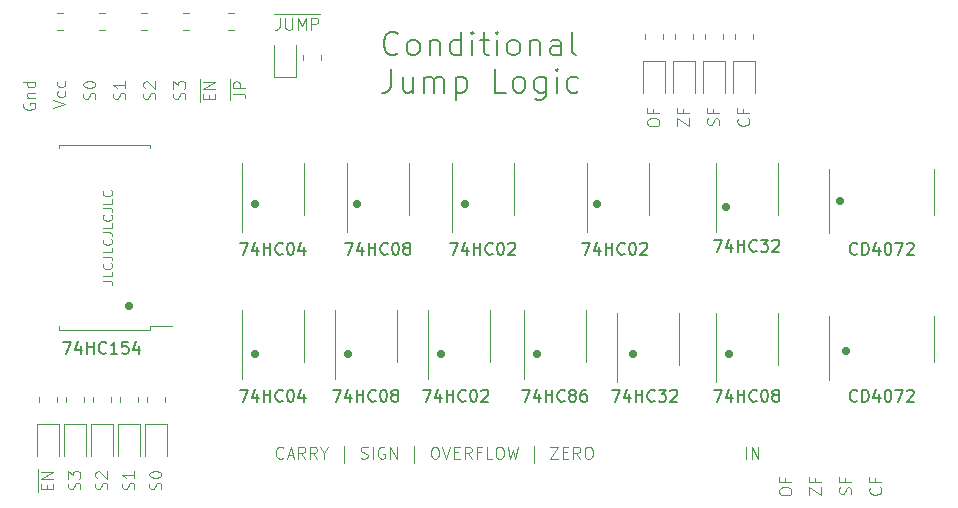
<source format=gbr>
%TF.GenerationSoftware,KiCad,Pcbnew,(5.1.10-1-10_14)*%
%TF.CreationDate,2021-12-18T11:36:21-05:00*%
%TF.ProjectId,control-unit,636f6e74-726f-46c2-9d75-6e69742e6b69,rev?*%
%TF.SameCoordinates,Original*%
%TF.FileFunction,Legend,Top*%
%TF.FilePolarity,Positive*%
%FSLAX46Y46*%
G04 Gerber Fmt 4.6, Leading zero omitted, Abs format (unit mm)*
G04 Created by KiCad (PCBNEW (5.1.10-1-10_14)) date 2021-12-18 11:36:21*
%MOMM*%
%LPD*%
G01*
G04 APERTURE LIST*
%ADD10C,0.100000*%
%ADD11C,0.700000*%
%ADD12C,0.150000*%
%ADD13C,0.120000*%
G04 APERTURE END LIST*
D10*
X171369285Y-116784380D02*
X171369285Y-115784380D01*
X171845476Y-116784380D02*
X171845476Y-115784380D01*
X172416904Y-116784380D01*
X172416904Y-115784380D01*
D11*
X129794000Y-95250000D02*
G75*
G03*
X129794000Y-95250000I0J0D01*
G01*
X138430000Y-95250000D02*
G75*
G03*
X138430000Y-95250000I0J0D01*
G01*
X147574000Y-95250000D02*
G75*
G03*
X147574000Y-95250000I0J0D01*
G01*
X158750000Y-95250000D02*
G75*
G03*
X158750000Y-95250000I0J0D01*
G01*
X169672000Y-95504000D02*
G75*
G03*
X169672000Y-95504000I0J0D01*
G01*
X179324000Y-94996000D02*
G75*
G03*
X179324000Y-94996000I0J0D01*
G01*
X179832000Y-107696000D02*
G75*
G03*
X179832000Y-107696000I0J0D01*
G01*
X169926000Y-107950000D02*
G75*
G03*
X169926000Y-107950000I0J0D01*
G01*
X161798000Y-107950000D02*
G75*
G03*
X161798000Y-107950000I0J0D01*
G01*
X153670000Y-107950000D02*
G75*
G03*
X153670000Y-107950000I0J0D01*
G01*
X145542000Y-107950000D02*
G75*
G03*
X145542000Y-107950000I0J0D01*
G01*
X137668000Y-107950000D02*
G75*
G03*
X137668000Y-107950000I0J0D01*
G01*
X129794000Y-107950000D02*
G75*
G03*
X129794000Y-107950000I0J0D01*
G01*
X119126000Y-103886000D02*
G75*
G03*
X119126000Y-103886000I0J0D01*
G01*
D10*
X174204380Y-119651190D02*
X174204380Y-119460714D01*
X174252000Y-119365476D01*
X174347238Y-119270238D01*
X174537714Y-119222619D01*
X174871047Y-119222619D01*
X175061523Y-119270238D01*
X175156761Y-119365476D01*
X175204380Y-119460714D01*
X175204380Y-119651190D01*
X175156761Y-119746428D01*
X175061523Y-119841666D01*
X174871047Y-119889285D01*
X174537714Y-119889285D01*
X174347238Y-119841666D01*
X174252000Y-119746428D01*
X174204380Y-119651190D01*
X174680571Y-118460714D02*
X174680571Y-118794047D01*
X175204380Y-118794047D02*
X174204380Y-118794047D01*
X174204380Y-118317857D01*
X176744380Y-119841666D02*
X176744380Y-119175000D01*
X177744380Y-119841666D01*
X177744380Y-119175000D01*
X177220571Y-118460714D02*
X177220571Y-118794047D01*
X177744380Y-118794047D02*
X176744380Y-118794047D01*
X176744380Y-118317857D01*
X180236761Y-119794047D02*
X180284380Y-119651190D01*
X180284380Y-119413095D01*
X180236761Y-119317857D01*
X180189142Y-119270238D01*
X180093904Y-119222619D01*
X179998666Y-119222619D01*
X179903428Y-119270238D01*
X179855809Y-119317857D01*
X179808190Y-119413095D01*
X179760571Y-119603571D01*
X179712952Y-119698809D01*
X179665333Y-119746428D01*
X179570095Y-119794047D01*
X179474857Y-119794047D01*
X179379619Y-119746428D01*
X179332000Y-119698809D01*
X179284380Y-119603571D01*
X179284380Y-119365476D01*
X179332000Y-119222619D01*
X179760571Y-118460714D02*
X179760571Y-118794047D01*
X180284380Y-118794047D02*
X179284380Y-118794047D01*
X179284380Y-118317857D01*
X182729142Y-119222619D02*
X182776761Y-119270238D01*
X182824380Y-119413095D01*
X182824380Y-119508333D01*
X182776761Y-119651190D01*
X182681523Y-119746428D01*
X182586285Y-119794047D01*
X182395809Y-119841666D01*
X182252952Y-119841666D01*
X182062476Y-119794047D01*
X181967238Y-119746428D01*
X181872000Y-119651190D01*
X181824380Y-119508333D01*
X181824380Y-119413095D01*
X181872000Y-119270238D01*
X181919619Y-119222619D01*
X182300571Y-118460714D02*
X182300571Y-118794047D01*
X182824380Y-118794047D02*
X181824380Y-118794047D01*
X181824380Y-118317857D01*
X127674000Y-86408904D02*
X127674000Y-85647000D01*
X127976380Y-85885095D02*
X128690666Y-85885095D01*
X128833523Y-85932714D01*
X128928761Y-86027952D01*
X128976380Y-86170809D01*
X128976380Y-86266047D01*
X127674000Y-85647000D02*
X127674000Y-84647000D01*
X128976380Y-85408904D02*
X127976380Y-85408904D01*
X127976380Y-85027952D01*
X128024000Y-84932714D01*
X128071619Y-84885095D01*
X128166857Y-84837476D01*
X128309714Y-84837476D01*
X128404952Y-84885095D01*
X128452571Y-84932714D01*
X128500190Y-85027952D01*
X128500190Y-85408904D01*
X125134000Y-86599380D02*
X125134000Y-85694619D01*
X125912571Y-86361285D02*
X125912571Y-86027952D01*
X126436380Y-85885095D02*
X126436380Y-86361285D01*
X125436380Y-86361285D01*
X125436380Y-85885095D01*
X125134000Y-85694619D02*
X125134000Y-84647000D01*
X126436380Y-85456523D02*
X125436380Y-85456523D01*
X126436380Y-84885095D01*
X125436380Y-84885095D01*
X123848761Y-86361285D02*
X123896380Y-86218428D01*
X123896380Y-85980333D01*
X123848761Y-85885095D01*
X123801142Y-85837476D01*
X123705904Y-85789857D01*
X123610666Y-85789857D01*
X123515428Y-85837476D01*
X123467809Y-85885095D01*
X123420190Y-85980333D01*
X123372571Y-86170809D01*
X123324952Y-86266047D01*
X123277333Y-86313666D01*
X123182095Y-86361285D01*
X123086857Y-86361285D01*
X122991619Y-86313666D01*
X122944000Y-86266047D01*
X122896380Y-86170809D01*
X122896380Y-85932714D01*
X122944000Y-85789857D01*
X122896380Y-85456523D02*
X122896380Y-84837476D01*
X123277333Y-85170809D01*
X123277333Y-85027952D01*
X123324952Y-84932714D01*
X123372571Y-84885095D01*
X123467809Y-84837476D01*
X123705904Y-84837476D01*
X123801142Y-84885095D01*
X123848761Y-84932714D01*
X123896380Y-85027952D01*
X123896380Y-85313666D01*
X123848761Y-85408904D01*
X123801142Y-85456523D01*
X121308761Y-86361285D02*
X121356380Y-86218428D01*
X121356380Y-85980333D01*
X121308761Y-85885095D01*
X121261142Y-85837476D01*
X121165904Y-85789857D01*
X121070666Y-85789857D01*
X120975428Y-85837476D01*
X120927809Y-85885095D01*
X120880190Y-85980333D01*
X120832571Y-86170809D01*
X120784952Y-86266047D01*
X120737333Y-86313666D01*
X120642095Y-86361285D01*
X120546857Y-86361285D01*
X120451619Y-86313666D01*
X120404000Y-86266047D01*
X120356380Y-86170809D01*
X120356380Y-85932714D01*
X120404000Y-85789857D01*
X120451619Y-85408904D02*
X120404000Y-85361285D01*
X120356380Y-85266047D01*
X120356380Y-85027952D01*
X120404000Y-84932714D01*
X120451619Y-84885095D01*
X120546857Y-84837476D01*
X120642095Y-84837476D01*
X120784952Y-84885095D01*
X121356380Y-85456523D01*
X121356380Y-84837476D01*
X118768761Y-86361285D02*
X118816380Y-86218428D01*
X118816380Y-85980333D01*
X118768761Y-85885095D01*
X118721142Y-85837476D01*
X118625904Y-85789857D01*
X118530666Y-85789857D01*
X118435428Y-85837476D01*
X118387809Y-85885095D01*
X118340190Y-85980333D01*
X118292571Y-86170809D01*
X118244952Y-86266047D01*
X118197333Y-86313666D01*
X118102095Y-86361285D01*
X118006857Y-86361285D01*
X117911619Y-86313666D01*
X117864000Y-86266047D01*
X117816380Y-86170809D01*
X117816380Y-85932714D01*
X117864000Y-85789857D01*
X118816380Y-84837476D02*
X118816380Y-85408904D01*
X118816380Y-85123190D02*
X117816380Y-85123190D01*
X117959238Y-85218428D01*
X118054476Y-85313666D01*
X118102095Y-85408904D01*
X116228761Y-86361285D02*
X116276380Y-86218428D01*
X116276380Y-85980333D01*
X116228761Y-85885095D01*
X116181142Y-85837476D01*
X116085904Y-85789857D01*
X115990666Y-85789857D01*
X115895428Y-85837476D01*
X115847809Y-85885095D01*
X115800190Y-85980333D01*
X115752571Y-86170809D01*
X115704952Y-86266047D01*
X115657333Y-86313666D01*
X115562095Y-86361285D01*
X115466857Y-86361285D01*
X115371619Y-86313666D01*
X115324000Y-86266047D01*
X115276380Y-86170809D01*
X115276380Y-85932714D01*
X115324000Y-85789857D01*
X115276380Y-85170809D02*
X115276380Y-85075571D01*
X115324000Y-84980333D01*
X115371619Y-84932714D01*
X115466857Y-84885095D01*
X115657333Y-84837476D01*
X115895428Y-84837476D01*
X116085904Y-84885095D01*
X116181142Y-84932714D01*
X116228761Y-84980333D01*
X116276380Y-85075571D01*
X116276380Y-85170809D01*
X116228761Y-85266047D01*
X116181142Y-85313666D01*
X116085904Y-85361285D01*
X115895428Y-85408904D01*
X115657333Y-85408904D01*
X115466857Y-85361285D01*
X115371619Y-85313666D01*
X115324000Y-85266047D01*
X115276380Y-85170809D01*
X112736380Y-87123190D02*
X113736380Y-86789857D01*
X112736380Y-86456523D01*
X113688761Y-85694619D02*
X113736380Y-85789857D01*
X113736380Y-85980333D01*
X113688761Y-86075571D01*
X113641142Y-86123190D01*
X113545904Y-86170809D01*
X113260190Y-86170809D01*
X113164952Y-86123190D01*
X113117333Y-86075571D01*
X113069714Y-85980333D01*
X113069714Y-85789857D01*
X113117333Y-85694619D01*
X113688761Y-84837476D02*
X113736380Y-84932714D01*
X113736380Y-85123190D01*
X113688761Y-85218428D01*
X113641142Y-85266047D01*
X113545904Y-85313666D01*
X113260190Y-85313666D01*
X113164952Y-85266047D01*
X113117333Y-85218428D01*
X113069714Y-85123190D01*
X113069714Y-84932714D01*
X113117333Y-84837476D01*
X110244000Y-86694619D02*
X110196380Y-86789857D01*
X110196380Y-86932714D01*
X110244000Y-87075571D01*
X110339238Y-87170809D01*
X110434476Y-87218428D01*
X110624952Y-87266047D01*
X110767809Y-87266047D01*
X110958285Y-87218428D01*
X111053523Y-87170809D01*
X111148761Y-87075571D01*
X111196380Y-86932714D01*
X111196380Y-86837476D01*
X111148761Y-86694619D01*
X111101142Y-86647000D01*
X110767809Y-86647000D01*
X110767809Y-86837476D01*
X110529714Y-86218428D02*
X111196380Y-86218428D01*
X110624952Y-86218428D02*
X110577333Y-86170809D01*
X110529714Y-86075571D01*
X110529714Y-85932714D01*
X110577333Y-85837476D01*
X110672571Y-85789857D01*
X111196380Y-85789857D01*
X111196380Y-84885095D02*
X110196380Y-84885095D01*
X111148761Y-84885095D02*
X111196380Y-84980333D01*
X111196380Y-85170809D01*
X111148761Y-85266047D01*
X111101142Y-85313666D01*
X111005904Y-85361285D01*
X110720190Y-85361285D01*
X110624952Y-85313666D01*
X110577333Y-85266047D01*
X110529714Y-85170809D01*
X110529714Y-84980333D01*
X110577333Y-84885095D01*
X111418000Y-119619380D02*
X111418000Y-118714619D01*
X112196571Y-119381285D02*
X112196571Y-119047952D01*
X112720380Y-118905095D02*
X112720380Y-119381285D01*
X111720380Y-119381285D01*
X111720380Y-118905095D01*
X111418000Y-118714619D02*
X111418000Y-117667000D01*
X112720380Y-118476523D02*
X111720380Y-118476523D01*
X112720380Y-117905095D01*
X111720380Y-117905095D01*
X114958761Y-119381285D02*
X115006380Y-119238428D01*
X115006380Y-119000333D01*
X114958761Y-118905095D01*
X114911142Y-118857476D01*
X114815904Y-118809857D01*
X114720666Y-118809857D01*
X114625428Y-118857476D01*
X114577809Y-118905095D01*
X114530190Y-119000333D01*
X114482571Y-119190809D01*
X114434952Y-119286047D01*
X114387333Y-119333666D01*
X114292095Y-119381285D01*
X114196857Y-119381285D01*
X114101619Y-119333666D01*
X114054000Y-119286047D01*
X114006380Y-119190809D01*
X114006380Y-118952714D01*
X114054000Y-118809857D01*
X114006380Y-118476523D02*
X114006380Y-117857476D01*
X114387333Y-118190809D01*
X114387333Y-118047952D01*
X114434952Y-117952714D01*
X114482571Y-117905095D01*
X114577809Y-117857476D01*
X114815904Y-117857476D01*
X114911142Y-117905095D01*
X114958761Y-117952714D01*
X115006380Y-118047952D01*
X115006380Y-118333666D01*
X114958761Y-118428904D01*
X114911142Y-118476523D01*
X117244761Y-119381285D02*
X117292380Y-119238428D01*
X117292380Y-119000333D01*
X117244761Y-118905095D01*
X117197142Y-118857476D01*
X117101904Y-118809857D01*
X117006666Y-118809857D01*
X116911428Y-118857476D01*
X116863809Y-118905095D01*
X116816190Y-119000333D01*
X116768571Y-119190809D01*
X116720952Y-119286047D01*
X116673333Y-119333666D01*
X116578095Y-119381285D01*
X116482857Y-119381285D01*
X116387619Y-119333666D01*
X116340000Y-119286047D01*
X116292380Y-119190809D01*
X116292380Y-118952714D01*
X116340000Y-118809857D01*
X116387619Y-118428904D02*
X116340000Y-118381285D01*
X116292380Y-118286047D01*
X116292380Y-118047952D01*
X116340000Y-117952714D01*
X116387619Y-117905095D01*
X116482857Y-117857476D01*
X116578095Y-117857476D01*
X116720952Y-117905095D01*
X117292380Y-118476523D01*
X117292380Y-117857476D01*
X119530761Y-119381285D02*
X119578380Y-119238428D01*
X119578380Y-119000333D01*
X119530761Y-118905095D01*
X119483142Y-118857476D01*
X119387904Y-118809857D01*
X119292666Y-118809857D01*
X119197428Y-118857476D01*
X119149809Y-118905095D01*
X119102190Y-119000333D01*
X119054571Y-119190809D01*
X119006952Y-119286047D01*
X118959333Y-119333666D01*
X118864095Y-119381285D01*
X118768857Y-119381285D01*
X118673619Y-119333666D01*
X118626000Y-119286047D01*
X118578380Y-119190809D01*
X118578380Y-118952714D01*
X118626000Y-118809857D01*
X119578380Y-117857476D02*
X119578380Y-118428904D01*
X119578380Y-118143190D02*
X118578380Y-118143190D01*
X118721238Y-118238428D01*
X118816476Y-118333666D01*
X118864095Y-118428904D01*
X121816761Y-119381285D02*
X121864380Y-119238428D01*
X121864380Y-119000333D01*
X121816761Y-118905095D01*
X121769142Y-118857476D01*
X121673904Y-118809857D01*
X121578666Y-118809857D01*
X121483428Y-118857476D01*
X121435809Y-118905095D01*
X121388190Y-119000333D01*
X121340571Y-119190809D01*
X121292952Y-119286047D01*
X121245333Y-119333666D01*
X121150095Y-119381285D01*
X121054857Y-119381285D01*
X120959619Y-119333666D01*
X120912000Y-119286047D01*
X120864380Y-119190809D01*
X120864380Y-118952714D01*
X120912000Y-118809857D01*
X120864380Y-118190809D02*
X120864380Y-118095571D01*
X120912000Y-118000333D01*
X120959619Y-117952714D01*
X121054857Y-117905095D01*
X121245333Y-117857476D01*
X121483428Y-117857476D01*
X121673904Y-117905095D01*
X121769142Y-117952714D01*
X121816761Y-118000333D01*
X121864380Y-118095571D01*
X121864380Y-118190809D01*
X121816761Y-118286047D01*
X121769142Y-118333666D01*
X121673904Y-118381285D01*
X121483428Y-118428904D01*
X121245333Y-118428904D01*
X121054857Y-118381285D01*
X120959619Y-118333666D01*
X120912000Y-118286047D01*
X120864380Y-118190809D01*
X163028380Y-88409190D02*
X163028380Y-88218714D01*
X163076000Y-88123476D01*
X163171238Y-88028238D01*
X163361714Y-87980619D01*
X163695047Y-87980619D01*
X163885523Y-88028238D01*
X163980761Y-88123476D01*
X164028380Y-88218714D01*
X164028380Y-88409190D01*
X163980761Y-88504428D01*
X163885523Y-88599666D01*
X163695047Y-88647285D01*
X163361714Y-88647285D01*
X163171238Y-88599666D01*
X163076000Y-88504428D01*
X163028380Y-88409190D01*
X163504571Y-87218714D02*
X163504571Y-87552047D01*
X164028380Y-87552047D02*
X163028380Y-87552047D01*
X163028380Y-87075857D01*
X165568380Y-88599666D02*
X165568380Y-87933000D01*
X166568380Y-88599666D01*
X166568380Y-87933000D01*
X166044571Y-87218714D02*
X166044571Y-87552047D01*
X166568380Y-87552047D02*
X165568380Y-87552047D01*
X165568380Y-87075857D01*
X169060761Y-88552047D02*
X169108380Y-88409190D01*
X169108380Y-88171095D01*
X169060761Y-88075857D01*
X169013142Y-88028238D01*
X168917904Y-87980619D01*
X168822666Y-87980619D01*
X168727428Y-88028238D01*
X168679809Y-88075857D01*
X168632190Y-88171095D01*
X168584571Y-88361571D01*
X168536952Y-88456809D01*
X168489333Y-88504428D01*
X168394095Y-88552047D01*
X168298857Y-88552047D01*
X168203619Y-88504428D01*
X168156000Y-88456809D01*
X168108380Y-88361571D01*
X168108380Y-88123476D01*
X168156000Y-87980619D01*
X168584571Y-87218714D02*
X168584571Y-87552047D01*
X169108380Y-87552047D02*
X168108380Y-87552047D01*
X168108380Y-87075857D01*
X171553142Y-87980619D02*
X171600761Y-88028238D01*
X171648380Y-88171095D01*
X171648380Y-88266333D01*
X171600761Y-88409190D01*
X171505523Y-88504428D01*
X171410285Y-88552047D01*
X171219809Y-88599666D01*
X171076952Y-88599666D01*
X170886476Y-88552047D01*
X170791238Y-88504428D01*
X170696000Y-88409190D01*
X170648380Y-88266333D01*
X170648380Y-88171095D01*
X170696000Y-88028238D01*
X170743619Y-87980619D01*
X171124571Y-87218714D02*
X171124571Y-87552047D01*
X171648380Y-87552047D02*
X170648380Y-87552047D01*
X170648380Y-87075857D01*
X131383000Y-79160000D02*
X132144904Y-79160000D01*
X131906809Y-79462380D02*
X131906809Y-80176666D01*
X131859190Y-80319523D01*
X131763952Y-80414761D01*
X131621095Y-80462380D01*
X131525857Y-80462380D01*
X132144904Y-79160000D02*
X133192523Y-79160000D01*
X132383000Y-79462380D02*
X132383000Y-80271904D01*
X132430619Y-80367142D01*
X132478238Y-80414761D01*
X132573476Y-80462380D01*
X132763952Y-80462380D01*
X132859190Y-80414761D01*
X132906809Y-80367142D01*
X132954428Y-80271904D01*
X132954428Y-79462380D01*
X133192523Y-79160000D02*
X134335380Y-79160000D01*
X133430619Y-80462380D02*
X133430619Y-79462380D01*
X133763952Y-80176666D01*
X134097285Y-79462380D01*
X134097285Y-80462380D01*
X134335380Y-79160000D02*
X135335380Y-79160000D01*
X134573476Y-80462380D02*
X134573476Y-79462380D01*
X134954428Y-79462380D01*
X135049666Y-79510000D01*
X135097285Y-79557619D01*
X135144904Y-79652857D01*
X135144904Y-79795714D01*
X135097285Y-79890952D01*
X135049666Y-79938571D01*
X134954428Y-79986190D01*
X134573476Y-79986190D01*
X132192523Y-116689142D02*
X132144904Y-116736761D01*
X132002047Y-116784380D01*
X131906809Y-116784380D01*
X131763952Y-116736761D01*
X131668714Y-116641523D01*
X131621095Y-116546285D01*
X131573476Y-116355809D01*
X131573476Y-116212952D01*
X131621095Y-116022476D01*
X131668714Y-115927238D01*
X131763952Y-115832000D01*
X131906809Y-115784380D01*
X132002047Y-115784380D01*
X132144904Y-115832000D01*
X132192523Y-115879619D01*
X132573476Y-116498666D02*
X133049666Y-116498666D01*
X132478238Y-116784380D02*
X132811571Y-115784380D01*
X133144904Y-116784380D01*
X134049666Y-116784380D02*
X133716333Y-116308190D01*
X133478238Y-116784380D02*
X133478238Y-115784380D01*
X133859190Y-115784380D01*
X133954428Y-115832000D01*
X134002047Y-115879619D01*
X134049666Y-115974857D01*
X134049666Y-116117714D01*
X134002047Y-116212952D01*
X133954428Y-116260571D01*
X133859190Y-116308190D01*
X133478238Y-116308190D01*
X135049666Y-116784380D02*
X134716333Y-116308190D01*
X134478238Y-116784380D02*
X134478238Y-115784380D01*
X134859190Y-115784380D01*
X134954428Y-115832000D01*
X135002047Y-115879619D01*
X135049666Y-115974857D01*
X135049666Y-116117714D01*
X135002047Y-116212952D01*
X134954428Y-116260571D01*
X134859190Y-116308190D01*
X134478238Y-116308190D01*
X135668714Y-116308190D02*
X135668714Y-116784380D01*
X135335380Y-115784380D02*
X135668714Y-116308190D01*
X136002047Y-115784380D01*
X137335380Y-117117714D02*
X137335380Y-115689142D01*
X138763952Y-116736761D02*
X138906809Y-116784380D01*
X139144904Y-116784380D01*
X139240142Y-116736761D01*
X139287761Y-116689142D01*
X139335380Y-116593904D01*
X139335380Y-116498666D01*
X139287761Y-116403428D01*
X139240142Y-116355809D01*
X139144904Y-116308190D01*
X138954428Y-116260571D01*
X138859190Y-116212952D01*
X138811571Y-116165333D01*
X138763952Y-116070095D01*
X138763952Y-115974857D01*
X138811571Y-115879619D01*
X138859190Y-115832000D01*
X138954428Y-115784380D01*
X139192523Y-115784380D01*
X139335380Y-115832000D01*
X139763952Y-116784380D02*
X139763952Y-115784380D01*
X140763952Y-115832000D02*
X140668714Y-115784380D01*
X140525857Y-115784380D01*
X140383000Y-115832000D01*
X140287761Y-115927238D01*
X140240142Y-116022476D01*
X140192523Y-116212952D01*
X140192523Y-116355809D01*
X140240142Y-116546285D01*
X140287761Y-116641523D01*
X140383000Y-116736761D01*
X140525857Y-116784380D01*
X140621095Y-116784380D01*
X140763952Y-116736761D01*
X140811571Y-116689142D01*
X140811571Y-116355809D01*
X140621095Y-116355809D01*
X141240142Y-116784380D02*
X141240142Y-115784380D01*
X141811571Y-116784380D01*
X141811571Y-115784380D01*
X143287761Y-117117714D02*
X143287761Y-115689142D01*
X144954428Y-115784380D02*
X145144904Y-115784380D01*
X145240142Y-115832000D01*
X145335380Y-115927238D01*
X145383000Y-116117714D01*
X145383000Y-116451047D01*
X145335380Y-116641523D01*
X145240142Y-116736761D01*
X145144904Y-116784380D01*
X144954428Y-116784380D01*
X144859190Y-116736761D01*
X144763952Y-116641523D01*
X144716333Y-116451047D01*
X144716333Y-116117714D01*
X144763952Y-115927238D01*
X144859190Y-115832000D01*
X144954428Y-115784380D01*
X145668714Y-115784380D02*
X146002047Y-116784380D01*
X146335380Y-115784380D01*
X146668714Y-116260571D02*
X147002047Y-116260571D01*
X147144904Y-116784380D02*
X146668714Y-116784380D01*
X146668714Y-115784380D01*
X147144904Y-115784380D01*
X148144904Y-116784380D02*
X147811571Y-116308190D01*
X147573476Y-116784380D02*
X147573476Y-115784380D01*
X147954428Y-115784380D01*
X148049666Y-115832000D01*
X148097285Y-115879619D01*
X148144904Y-115974857D01*
X148144904Y-116117714D01*
X148097285Y-116212952D01*
X148049666Y-116260571D01*
X147954428Y-116308190D01*
X147573476Y-116308190D01*
X148906809Y-116260571D02*
X148573476Y-116260571D01*
X148573476Y-116784380D02*
X148573476Y-115784380D01*
X149049666Y-115784380D01*
X149906809Y-116784380D02*
X149430619Y-116784380D01*
X149430619Y-115784380D01*
X150430619Y-115784380D02*
X150621095Y-115784380D01*
X150716333Y-115832000D01*
X150811571Y-115927238D01*
X150859190Y-116117714D01*
X150859190Y-116451047D01*
X150811571Y-116641523D01*
X150716333Y-116736761D01*
X150621095Y-116784380D01*
X150430619Y-116784380D01*
X150335380Y-116736761D01*
X150240142Y-116641523D01*
X150192523Y-116451047D01*
X150192523Y-116117714D01*
X150240142Y-115927238D01*
X150335380Y-115832000D01*
X150430619Y-115784380D01*
X151192523Y-115784380D02*
X151430619Y-116784380D01*
X151621095Y-116070095D01*
X151811571Y-116784380D01*
X152049666Y-115784380D01*
X153430619Y-117117714D02*
X153430619Y-115689142D01*
X154811571Y-115784380D02*
X155478238Y-115784380D01*
X154811571Y-116784380D01*
X155478238Y-116784380D01*
X155859190Y-116260571D02*
X156192523Y-116260571D01*
X156335380Y-116784380D02*
X155859190Y-116784380D01*
X155859190Y-115784380D01*
X156335380Y-115784380D01*
X157335380Y-116784380D02*
X157002047Y-116308190D01*
X156763952Y-116784380D02*
X156763952Y-115784380D01*
X157144904Y-115784380D01*
X157240142Y-115832000D01*
X157287761Y-115879619D01*
X157335380Y-115974857D01*
X157335380Y-116117714D01*
X157287761Y-116212952D01*
X157240142Y-116260571D01*
X157144904Y-116308190D01*
X156763952Y-116308190D01*
X157954428Y-115784380D02*
X158144904Y-115784380D01*
X158240142Y-115832000D01*
X158335380Y-115927238D01*
X158383000Y-116117714D01*
X158383000Y-116451047D01*
X158335380Y-116641523D01*
X158240142Y-116736761D01*
X158144904Y-116784380D01*
X157954428Y-116784380D01*
X157859190Y-116736761D01*
X157763952Y-116641523D01*
X157716333Y-116451047D01*
X157716333Y-116117714D01*
X157763952Y-115927238D01*
X157859190Y-115832000D01*
X157954428Y-115784380D01*
X116909904Y-101739238D02*
X117481333Y-101739238D01*
X117595619Y-101777333D01*
X117671809Y-101853523D01*
X117709904Y-101967809D01*
X117709904Y-102044000D01*
X117709904Y-100977333D02*
X117709904Y-101358285D01*
X116909904Y-101358285D01*
X117633714Y-100253523D02*
X117671809Y-100291619D01*
X117709904Y-100405904D01*
X117709904Y-100482095D01*
X117671809Y-100596380D01*
X117595619Y-100672571D01*
X117519428Y-100710666D01*
X117367047Y-100748761D01*
X117252761Y-100748761D01*
X117100380Y-100710666D01*
X117024190Y-100672571D01*
X116948000Y-100596380D01*
X116909904Y-100482095D01*
X116909904Y-100405904D01*
X116948000Y-100291619D01*
X116986095Y-100253523D01*
X116909904Y-99682095D02*
X117481333Y-99682095D01*
X117595619Y-99720190D01*
X117671809Y-99796380D01*
X117709904Y-99910666D01*
X117709904Y-99986857D01*
X117709904Y-98920190D02*
X117709904Y-99301142D01*
X116909904Y-99301142D01*
X117633714Y-98196380D02*
X117671809Y-98234476D01*
X117709904Y-98348761D01*
X117709904Y-98424952D01*
X117671809Y-98539238D01*
X117595619Y-98615428D01*
X117519428Y-98653523D01*
X117367047Y-98691619D01*
X117252761Y-98691619D01*
X117100380Y-98653523D01*
X117024190Y-98615428D01*
X116948000Y-98539238D01*
X116909904Y-98424952D01*
X116909904Y-98348761D01*
X116948000Y-98234476D01*
X116986095Y-98196380D01*
X116909904Y-97624952D02*
X117481333Y-97624952D01*
X117595619Y-97663047D01*
X117671809Y-97739238D01*
X117709904Y-97853523D01*
X117709904Y-97929714D01*
X117709904Y-96863047D02*
X117709904Y-97244000D01*
X116909904Y-97244000D01*
X117633714Y-96139238D02*
X117671809Y-96177333D01*
X117709904Y-96291619D01*
X117709904Y-96367809D01*
X117671809Y-96482095D01*
X117595619Y-96558285D01*
X117519428Y-96596380D01*
X117367047Y-96634476D01*
X117252761Y-96634476D01*
X117100380Y-96596380D01*
X117024190Y-96558285D01*
X116948000Y-96482095D01*
X116909904Y-96367809D01*
X116909904Y-96291619D01*
X116948000Y-96177333D01*
X116986095Y-96139238D01*
X116909904Y-95567809D02*
X117481333Y-95567809D01*
X117595619Y-95605904D01*
X117671809Y-95682095D01*
X117709904Y-95796380D01*
X117709904Y-95872571D01*
X117709904Y-94805904D02*
X117709904Y-95186857D01*
X116909904Y-95186857D01*
X117633714Y-94082095D02*
X117671809Y-94120190D01*
X117709904Y-94234476D01*
X117709904Y-94310666D01*
X117671809Y-94424952D01*
X117595619Y-94501142D01*
X117519428Y-94539238D01*
X117367047Y-94577333D01*
X117252761Y-94577333D01*
X117100380Y-94539238D01*
X117024190Y-94501142D01*
X116948000Y-94424952D01*
X116909904Y-94310666D01*
X116909904Y-94234476D01*
X116948000Y-94120190D01*
X116986095Y-94082095D01*
D12*
X141924547Y-82451285D02*
X141829309Y-82546523D01*
X141543595Y-82641761D01*
X141353119Y-82641761D01*
X141067404Y-82546523D01*
X140876928Y-82356047D01*
X140781690Y-82165571D01*
X140686452Y-81784619D01*
X140686452Y-81498904D01*
X140781690Y-81117952D01*
X140876928Y-80927476D01*
X141067404Y-80737000D01*
X141353119Y-80641761D01*
X141543595Y-80641761D01*
X141829309Y-80737000D01*
X141924547Y-80832238D01*
X143067404Y-82641761D02*
X142876928Y-82546523D01*
X142781690Y-82451285D01*
X142686452Y-82260809D01*
X142686452Y-81689380D01*
X142781690Y-81498904D01*
X142876928Y-81403666D01*
X143067404Y-81308428D01*
X143353119Y-81308428D01*
X143543595Y-81403666D01*
X143638833Y-81498904D01*
X143734071Y-81689380D01*
X143734071Y-82260809D01*
X143638833Y-82451285D01*
X143543595Y-82546523D01*
X143353119Y-82641761D01*
X143067404Y-82641761D01*
X144591214Y-81308428D02*
X144591214Y-82641761D01*
X144591214Y-81498904D02*
X144686452Y-81403666D01*
X144876928Y-81308428D01*
X145162642Y-81308428D01*
X145353119Y-81403666D01*
X145448357Y-81594142D01*
X145448357Y-82641761D01*
X147257880Y-82641761D02*
X147257880Y-80641761D01*
X147257880Y-82546523D02*
X147067404Y-82641761D01*
X146686452Y-82641761D01*
X146495976Y-82546523D01*
X146400738Y-82451285D01*
X146305500Y-82260809D01*
X146305500Y-81689380D01*
X146400738Y-81498904D01*
X146495976Y-81403666D01*
X146686452Y-81308428D01*
X147067404Y-81308428D01*
X147257880Y-81403666D01*
X148210261Y-82641761D02*
X148210261Y-81308428D01*
X148210261Y-80641761D02*
X148115023Y-80737000D01*
X148210261Y-80832238D01*
X148305500Y-80737000D01*
X148210261Y-80641761D01*
X148210261Y-80832238D01*
X148876928Y-81308428D02*
X149638833Y-81308428D01*
X149162642Y-80641761D02*
X149162642Y-82356047D01*
X149257880Y-82546523D01*
X149448357Y-82641761D01*
X149638833Y-82641761D01*
X150305500Y-82641761D02*
X150305500Y-81308428D01*
X150305500Y-80641761D02*
X150210261Y-80737000D01*
X150305500Y-80832238D01*
X150400738Y-80737000D01*
X150305500Y-80641761D01*
X150305500Y-80832238D01*
X151543595Y-82641761D02*
X151353119Y-82546523D01*
X151257880Y-82451285D01*
X151162642Y-82260809D01*
X151162642Y-81689380D01*
X151257880Y-81498904D01*
X151353119Y-81403666D01*
X151543595Y-81308428D01*
X151829309Y-81308428D01*
X152019785Y-81403666D01*
X152115023Y-81498904D01*
X152210261Y-81689380D01*
X152210261Y-82260809D01*
X152115023Y-82451285D01*
X152019785Y-82546523D01*
X151829309Y-82641761D01*
X151543595Y-82641761D01*
X153067404Y-81308428D02*
X153067404Y-82641761D01*
X153067404Y-81498904D02*
X153162642Y-81403666D01*
X153353119Y-81308428D01*
X153638833Y-81308428D01*
X153829309Y-81403666D01*
X153924547Y-81594142D01*
X153924547Y-82641761D01*
X155734071Y-82641761D02*
X155734071Y-81594142D01*
X155638833Y-81403666D01*
X155448357Y-81308428D01*
X155067404Y-81308428D01*
X154876928Y-81403666D01*
X155734071Y-82546523D02*
X155543595Y-82641761D01*
X155067404Y-82641761D01*
X154876928Y-82546523D01*
X154781690Y-82356047D01*
X154781690Y-82165571D01*
X154876928Y-81975095D01*
X155067404Y-81879857D01*
X155543595Y-81879857D01*
X155734071Y-81784619D01*
X156972166Y-82641761D02*
X156781690Y-82546523D01*
X156686452Y-82356047D01*
X156686452Y-80641761D01*
X141353119Y-83791761D02*
X141353119Y-85220333D01*
X141257880Y-85506047D01*
X141067404Y-85696523D01*
X140781690Y-85791761D01*
X140591214Y-85791761D01*
X143162642Y-84458428D02*
X143162642Y-85791761D01*
X142305500Y-84458428D02*
X142305500Y-85506047D01*
X142400738Y-85696523D01*
X142591214Y-85791761D01*
X142876928Y-85791761D01*
X143067404Y-85696523D01*
X143162642Y-85601285D01*
X144115023Y-85791761D02*
X144115023Y-84458428D01*
X144115023Y-84648904D02*
X144210261Y-84553666D01*
X144400738Y-84458428D01*
X144686452Y-84458428D01*
X144876928Y-84553666D01*
X144972166Y-84744142D01*
X144972166Y-85791761D01*
X144972166Y-84744142D02*
X145067404Y-84553666D01*
X145257880Y-84458428D01*
X145543595Y-84458428D01*
X145734071Y-84553666D01*
X145829309Y-84744142D01*
X145829309Y-85791761D01*
X146781690Y-84458428D02*
X146781690Y-86458428D01*
X146781690Y-84553666D02*
X146972166Y-84458428D01*
X147353119Y-84458428D01*
X147543595Y-84553666D01*
X147638833Y-84648904D01*
X147734071Y-84839380D01*
X147734071Y-85410809D01*
X147638833Y-85601285D01*
X147543595Y-85696523D01*
X147353119Y-85791761D01*
X146972166Y-85791761D01*
X146781690Y-85696523D01*
X151067404Y-85791761D02*
X150115023Y-85791761D01*
X150115023Y-83791761D01*
X152019785Y-85791761D02*
X151829309Y-85696523D01*
X151734071Y-85601285D01*
X151638833Y-85410809D01*
X151638833Y-84839380D01*
X151734071Y-84648904D01*
X151829309Y-84553666D01*
X152019785Y-84458428D01*
X152305500Y-84458428D01*
X152495976Y-84553666D01*
X152591214Y-84648904D01*
X152686452Y-84839380D01*
X152686452Y-85410809D01*
X152591214Y-85601285D01*
X152495976Y-85696523D01*
X152305500Y-85791761D01*
X152019785Y-85791761D01*
X154400738Y-84458428D02*
X154400738Y-86077476D01*
X154305500Y-86267952D01*
X154210261Y-86363190D01*
X154019785Y-86458428D01*
X153734071Y-86458428D01*
X153543595Y-86363190D01*
X154400738Y-85696523D02*
X154210261Y-85791761D01*
X153829309Y-85791761D01*
X153638833Y-85696523D01*
X153543595Y-85601285D01*
X153448357Y-85410809D01*
X153448357Y-84839380D01*
X153543595Y-84648904D01*
X153638833Y-84553666D01*
X153829309Y-84458428D01*
X154210261Y-84458428D01*
X154400738Y-84553666D01*
X155353119Y-85791761D02*
X155353119Y-84458428D01*
X155353119Y-83791761D02*
X155257880Y-83887000D01*
X155353119Y-83982238D01*
X155448357Y-83887000D01*
X155353119Y-83791761D01*
X155353119Y-83982238D01*
X157162642Y-85696523D02*
X156972166Y-85791761D01*
X156591214Y-85791761D01*
X156400738Y-85696523D01*
X156305500Y-85601285D01*
X156210261Y-85410809D01*
X156210261Y-84839380D01*
X156305500Y-84648904D01*
X156400738Y-84553666D01*
X156591214Y-84458428D01*
X156972166Y-84458428D01*
X157162642Y-84553666D01*
D13*
%TO.C,R15*%
X127534936Y-79021000D02*
X127989064Y-79021000D01*
X127534936Y-80491000D02*
X127989064Y-80491000D01*
%TO.C,R14*%
X123724936Y-79021000D02*
X124179064Y-79021000D01*
X123724936Y-80491000D02*
X124179064Y-80491000D01*
%TO.C,R13*%
X120168936Y-79021000D02*
X120623064Y-79021000D01*
X120168936Y-80491000D02*
X120623064Y-80491000D01*
%TO.C,R12*%
X116612936Y-79021000D02*
X117067064Y-79021000D01*
X116612936Y-80491000D02*
X117067064Y-80491000D01*
%TO.C,R11*%
X113056936Y-79021000D02*
X113511064Y-79021000D01*
X113056936Y-80491000D02*
X113511064Y-80491000D01*
%TO.C,R10*%
X111533000Y-111987064D02*
X111533000Y-111532936D01*
X113003000Y-111987064D02*
X113003000Y-111532936D01*
%TO.C,R9*%
X113819000Y-111987064D02*
X113819000Y-111532936D01*
X115289000Y-111987064D02*
X115289000Y-111532936D01*
%TO.C,R8*%
X116105000Y-111987064D02*
X116105000Y-111532936D01*
X117575000Y-111987064D02*
X117575000Y-111532936D01*
%TO.C,R7*%
X118391000Y-111987064D02*
X118391000Y-111532936D01*
X119861000Y-111987064D02*
X119861000Y-111532936D01*
%TO.C,R6*%
X120677000Y-111987064D02*
X120677000Y-111532936D01*
X122147000Y-111987064D02*
X122147000Y-111532936D01*
%TO.C,D10*%
X113228000Y-116570000D02*
X113228000Y-113885000D01*
X113228000Y-113885000D02*
X111308000Y-113885000D01*
X111308000Y-113885000D02*
X111308000Y-116570000D01*
%TO.C,D9*%
X115514000Y-116570000D02*
X115514000Y-113885000D01*
X115514000Y-113885000D02*
X113594000Y-113885000D01*
X113594000Y-113885000D02*
X113594000Y-116570000D01*
%TO.C,D8*%
X117800000Y-116570000D02*
X117800000Y-113885000D01*
X117800000Y-113885000D02*
X115880000Y-113885000D01*
X115880000Y-113885000D02*
X115880000Y-116570000D01*
%TO.C,D7*%
X120086000Y-116570000D02*
X120086000Y-113885000D01*
X120086000Y-113885000D02*
X118166000Y-113885000D01*
X118166000Y-113885000D02*
X118166000Y-116570000D01*
%TO.C,D6*%
X122372000Y-116570000D02*
X122372000Y-113885000D01*
X122372000Y-113885000D02*
X120452000Y-113885000D01*
X120452000Y-113885000D02*
X120452000Y-116570000D01*
%TO.C,R5*%
X162841000Y-81253064D02*
X162841000Y-80798936D01*
X164311000Y-81253064D02*
X164311000Y-80798936D01*
%TO.C,R4*%
X165381000Y-81253064D02*
X165381000Y-80798936D01*
X166851000Y-81253064D02*
X166851000Y-80798936D01*
%TO.C,R3*%
X167921000Y-81253064D02*
X167921000Y-80798936D01*
X169391000Y-81253064D02*
X169391000Y-80798936D01*
%TO.C,R2*%
X170461000Y-81253064D02*
X170461000Y-80798936D01*
X171931000Y-81253064D02*
X171931000Y-80798936D01*
%TO.C,R1*%
X133885000Y-83031064D02*
X133885000Y-82576936D01*
X135355000Y-83031064D02*
X135355000Y-82576936D01*
%TO.C,D5*%
X164536000Y-85836000D02*
X164536000Y-83151000D01*
X164536000Y-83151000D02*
X162616000Y-83151000D01*
X162616000Y-83151000D02*
X162616000Y-85836000D01*
%TO.C,D4*%
X167076000Y-85836000D02*
X167076000Y-83151000D01*
X167076000Y-83151000D02*
X165156000Y-83151000D01*
X165156000Y-83151000D02*
X165156000Y-85836000D01*
%TO.C,D3*%
X169616000Y-85836000D02*
X169616000Y-83151000D01*
X169616000Y-83151000D02*
X167696000Y-83151000D01*
X167696000Y-83151000D02*
X167696000Y-85836000D01*
%TO.C,D2*%
X172156000Y-85836000D02*
X172156000Y-83151000D01*
X172156000Y-83151000D02*
X170236000Y-83151000D01*
X170236000Y-83151000D02*
X170236000Y-85836000D01*
%TO.C,D1*%
X131374000Y-81804000D02*
X131374000Y-84489000D01*
X131374000Y-84489000D02*
X133294000Y-84489000D01*
X133294000Y-84489000D02*
X133294000Y-81804000D01*
%TO.C,U11*%
X187315000Y-106680000D02*
X187315000Y-104730000D01*
X187315000Y-106680000D02*
X187315000Y-108630000D01*
X178445000Y-106680000D02*
X178445000Y-104730000D01*
X178445000Y-106680000D02*
X178445000Y-110130000D01*
%TO.C,U10*%
X187315000Y-94234000D02*
X187315000Y-92284000D01*
X187315000Y-94234000D02*
X187315000Y-96184000D01*
X178445000Y-94234000D02*
X178445000Y-92284000D01*
X178445000Y-94234000D02*
X178445000Y-97684000D01*
%TO.C,U6*%
X141802000Y-106426000D02*
X141802000Y-104226000D01*
X141802000Y-106426000D02*
X141802000Y-108626000D01*
X136582000Y-106426000D02*
X136582000Y-104226000D01*
X136582000Y-106426000D02*
X136582000Y-110026000D01*
%TO.C,U14*%
X174060000Y-106680000D02*
X174060000Y-104480000D01*
X174060000Y-106680000D02*
X174060000Y-108880000D01*
X168840000Y-106680000D02*
X168840000Y-104480000D01*
X168840000Y-106680000D02*
X168840000Y-110280000D01*
%TO.C,U12*%
X174060000Y-93980000D02*
X174060000Y-91780000D01*
X174060000Y-93980000D02*
X174060000Y-96180000D01*
X168840000Y-93980000D02*
X168840000Y-91780000D01*
X168840000Y-93980000D02*
X168840000Y-97580000D01*
%TO.C,U9*%
X149676000Y-106426000D02*
X149676000Y-104226000D01*
X149676000Y-106426000D02*
X149676000Y-108626000D01*
X144456000Y-106426000D02*
X144456000Y-104226000D01*
X144456000Y-106426000D02*
X144456000Y-110026000D01*
%TO.C,U8*%
X157804000Y-106426000D02*
X157804000Y-104226000D01*
X157804000Y-106426000D02*
X157804000Y-108626000D01*
X152584000Y-106426000D02*
X152584000Y-104226000D01*
X152584000Y-106426000D02*
X152584000Y-110026000D01*
%TO.C,U7*%
X165678000Y-106680000D02*
X165678000Y-104480000D01*
X165678000Y-106680000D02*
X165678000Y-108880000D01*
X160458000Y-106680000D02*
X160458000Y-104480000D01*
X160458000Y-106680000D02*
X160458000Y-110280000D01*
%TO.C,U5*%
X163138000Y-93980000D02*
X163138000Y-91780000D01*
X163138000Y-93980000D02*
X163138000Y-96180000D01*
X157918000Y-93980000D02*
X157918000Y-91780000D01*
X157918000Y-93980000D02*
X157918000Y-97580000D01*
%TO.C,U4*%
X133928000Y-106426000D02*
X133928000Y-104226000D01*
X133928000Y-106426000D02*
X133928000Y-108626000D01*
X128708000Y-106426000D02*
X128708000Y-104226000D01*
X128708000Y-106426000D02*
X128708000Y-110026000D01*
%TO.C,U13*%
X117094000Y-90234000D02*
X113234000Y-90234000D01*
X113234000Y-90234000D02*
X113234000Y-90499000D01*
X117094000Y-90234000D02*
X120954000Y-90234000D01*
X120954000Y-90234000D02*
X120954000Y-90499000D01*
X117094000Y-105854000D02*
X113234000Y-105854000D01*
X113234000Y-105854000D02*
X113234000Y-105589000D01*
X117094000Y-105854000D02*
X120954000Y-105854000D01*
X120954000Y-105854000D02*
X120954000Y-105589000D01*
X120954000Y-105589000D02*
X122769000Y-105589000D01*
%TO.C,U3*%
X142818000Y-93980000D02*
X142818000Y-91780000D01*
X142818000Y-93980000D02*
X142818000Y-96180000D01*
X137598000Y-93980000D02*
X137598000Y-91780000D01*
X137598000Y-93980000D02*
X137598000Y-97580000D01*
%TO.C,U2*%
X151708000Y-93980000D02*
X151708000Y-91780000D01*
X151708000Y-93980000D02*
X151708000Y-96180000D01*
X146488000Y-93980000D02*
X146488000Y-91780000D01*
X146488000Y-93980000D02*
X146488000Y-97580000D01*
%TO.C,U1*%
X133928000Y-93980000D02*
X133928000Y-91780000D01*
X133928000Y-93980000D02*
X133928000Y-96180000D01*
X128708000Y-93980000D02*
X128708000Y-91780000D01*
X128708000Y-93980000D02*
X128708000Y-97580000D01*
%TO.C,U11*%
D12*
X180784761Y-111863142D02*
X180737142Y-111910761D01*
X180594285Y-111958380D01*
X180499047Y-111958380D01*
X180356190Y-111910761D01*
X180260952Y-111815523D01*
X180213333Y-111720285D01*
X180165714Y-111529809D01*
X180165714Y-111386952D01*
X180213333Y-111196476D01*
X180260952Y-111101238D01*
X180356190Y-111006000D01*
X180499047Y-110958380D01*
X180594285Y-110958380D01*
X180737142Y-111006000D01*
X180784761Y-111053619D01*
X181213333Y-111958380D02*
X181213333Y-110958380D01*
X181451428Y-110958380D01*
X181594285Y-111006000D01*
X181689523Y-111101238D01*
X181737142Y-111196476D01*
X181784761Y-111386952D01*
X181784761Y-111529809D01*
X181737142Y-111720285D01*
X181689523Y-111815523D01*
X181594285Y-111910761D01*
X181451428Y-111958380D01*
X181213333Y-111958380D01*
X182641904Y-111291714D02*
X182641904Y-111958380D01*
X182403809Y-110910761D02*
X182165714Y-111625047D01*
X182784761Y-111625047D01*
X183356190Y-110958380D02*
X183451428Y-110958380D01*
X183546666Y-111006000D01*
X183594285Y-111053619D01*
X183641904Y-111148857D01*
X183689523Y-111339333D01*
X183689523Y-111577428D01*
X183641904Y-111767904D01*
X183594285Y-111863142D01*
X183546666Y-111910761D01*
X183451428Y-111958380D01*
X183356190Y-111958380D01*
X183260952Y-111910761D01*
X183213333Y-111863142D01*
X183165714Y-111767904D01*
X183118095Y-111577428D01*
X183118095Y-111339333D01*
X183165714Y-111148857D01*
X183213333Y-111053619D01*
X183260952Y-111006000D01*
X183356190Y-110958380D01*
X184022857Y-110958380D02*
X184689523Y-110958380D01*
X184260952Y-111958380D01*
X185022857Y-111053619D02*
X185070476Y-111006000D01*
X185165714Y-110958380D01*
X185403809Y-110958380D01*
X185499047Y-111006000D01*
X185546666Y-111053619D01*
X185594285Y-111148857D01*
X185594285Y-111244095D01*
X185546666Y-111386952D01*
X184975238Y-111958380D01*
X185594285Y-111958380D01*
%TO.C,U10*%
X180784761Y-99417142D02*
X180737142Y-99464761D01*
X180594285Y-99512380D01*
X180499047Y-99512380D01*
X180356190Y-99464761D01*
X180260952Y-99369523D01*
X180213333Y-99274285D01*
X180165714Y-99083809D01*
X180165714Y-98940952D01*
X180213333Y-98750476D01*
X180260952Y-98655238D01*
X180356190Y-98560000D01*
X180499047Y-98512380D01*
X180594285Y-98512380D01*
X180737142Y-98560000D01*
X180784761Y-98607619D01*
X181213333Y-99512380D02*
X181213333Y-98512380D01*
X181451428Y-98512380D01*
X181594285Y-98560000D01*
X181689523Y-98655238D01*
X181737142Y-98750476D01*
X181784761Y-98940952D01*
X181784761Y-99083809D01*
X181737142Y-99274285D01*
X181689523Y-99369523D01*
X181594285Y-99464761D01*
X181451428Y-99512380D01*
X181213333Y-99512380D01*
X182641904Y-98845714D02*
X182641904Y-99512380D01*
X182403809Y-98464761D02*
X182165714Y-99179047D01*
X182784761Y-99179047D01*
X183356190Y-98512380D02*
X183451428Y-98512380D01*
X183546666Y-98560000D01*
X183594285Y-98607619D01*
X183641904Y-98702857D01*
X183689523Y-98893333D01*
X183689523Y-99131428D01*
X183641904Y-99321904D01*
X183594285Y-99417142D01*
X183546666Y-99464761D01*
X183451428Y-99512380D01*
X183356190Y-99512380D01*
X183260952Y-99464761D01*
X183213333Y-99417142D01*
X183165714Y-99321904D01*
X183118095Y-99131428D01*
X183118095Y-98893333D01*
X183165714Y-98702857D01*
X183213333Y-98607619D01*
X183260952Y-98560000D01*
X183356190Y-98512380D01*
X184022857Y-98512380D02*
X184689523Y-98512380D01*
X184260952Y-99512380D01*
X185022857Y-98607619D02*
X185070476Y-98560000D01*
X185165714Y-98512380D01*
X185403809Y-98512380D01*
X185499047Y-98560000D01*
X185546666Y-98607619D01*
X185594285Y-98702857D01*
X185594285Y-98798095D01*
X185546666Y-98940952D01*
X184975238Y-99512380D01*
X185594285Y-99512380D01*
%TO.C,U6*%
X136406285Y-110958380D02*
X137072952Y-110958380D01*
X136644380Y-111958380D01*
X137882476Y-111291714D02*
X137882476Y-111958380D01*
X137644380Y-110910761D02*
X137406285Y-111625047D01*
X138025333Y-111625047D01*
X138406285Y-111958380D02*
X138406285Y-110958380D01*
X138406285Y-111434571D02*
X138977714Y-111434571D01*
X138977714Y-111958380D02*
X138977714Y-110958380D01*
X140025333Y-111863142D02*
X139977714Y-111910761D01*
X139834857Y-111958380D01*
X139739619Y-111958380D01*
X139596761Y-111910761D01*
X139501523Y-111815523D01*
X139453904Y-111720285D01*
X139406285Y-111529809D01*
X139406285Y-111386952D01*
X139453904Y-111196476D01*
X139501523Y-111101238D01*
X139596761Y-111006000D01*
X139739619Y-110958380D01*
X139834857Y-110958380D01*
X139977714Y-111006000D01*
X140025333Y-111053619D01*
X140644380Y-110958380D02*
X140739619Y-110958380D01*
X140834857Y-111006000D01*
X140882476Y-111053619D01*
X140930095Y-111148857D01*
X140977714Y-111339333D01*
X140977714Y-111577428D01*
X140930095Y-111767904D01*
X140882476Y-111863142D01*
X140834857Y-111910761D01*
X140739619Y-111958380D01*
X140644380Y-111958380D01*
X140549142Y-111910761D01*
X140501523Y-111863142D01*
X140453904Y-111767904D01*
X140406285Y-111577428D01*
X140406285Y-111339333D01*
X140453904Y-111148857D01*
X140501523Y-111053619D01*
X140549142Y-111006000D01*
X140644380Y-110958380D01*
X141549142Y-111386952D02*
X141453904Y-111339333D01*
X141406285Y-111291714D01*
X141358666Y-111196476D01*
X141358666Y-111148857D01*
X141406285Y-111053619D01*
X141453904Y-111006000D01*
X141549142Y-110958380D01*
X141739619Y-110958380D01*
X141834857Y-111006000D01*
X141882476Y-111053619D01*
X141930095Y-111148857D01*
X141930095Y-111196476D01*
X141882476Y-111291714D01*
X141834857Y-111339333D01*
X141739619Y-111386952D01*
X141549142Y-111386952D01*
X141453904Y-111434571D01*
X141406285Y-111482190D01*
X141358666Y-111577428D01*
X141358666Y-111767904D01*
X141406285Y-111863142D01*
X141453904Y-111910761D01*
X141549142Y-111958380D01*
X141739619Y-111958380D01*
X141834857Y-111910761D01*
X141882476Y-111863142D01*
X141930095Y-111767904D01*
X141930095Y-111577428D01*
X141882476Y-111482190D01*
X141834857Y-111434571D01*
X141739619Y-111386952D01*
%TO.C,U14*%
X168664285Y-110958380D02*
X169330952Y-110958380D01*
X168902380Y-111958380D01*
X170140476Y-111291714D02*
X170140476Y-111958380D01*
X169902380Y-110910761D02*
X169664285Y-111625047D01*
X170283333Y-111625047D01*
X170664285Y-111958380D02*
X170664285Y-110958380D01*
X170664285Y-111434571D02*
X171235714Y-111434571D01*
X171235714Y-111958380D02*
X171235714Y-110958380D01*
X172283333Y-111863142D02*
X172235714Y-111910761D01*
X172092857Y-111958380D01*
X171997619Y-111958380D01*
X171854761Y-111910761D01*
X171759523Y-111815523D01*
X171711904Y-111720285D01*
X171664285Y-111529809D01*
X171664285Y-111386952D01*
X171711904Y-111196476D01*
X171759523Y-111101238D01*
X171854761Y-111006000D01*
X171997619Y-110958380D01*
X172092857Y-110958380D01*
X172235714Y-111006000D01*
X172283333Y-111053619D01*
X172902380Y-110958380D02*
X172997619Y-110958380D01*
X173092857Y-111006000D01*
X173140476Y-111053619D01*
X173188095Y-111148857D01*
X173235714Y-111339333D01*
X173235714Y-111577428D01*
X173188095Y-111767904D01*
X173140476Y-111863142D01*
X173092857Y-111910761D01*
X172997619Y-111958380D01*
X172902380Y-111958380D01*
X172807142Y-111910761D01*
X172759523Y-111863142D01*
X172711904Y-111767904D01*
X172664285Y-111577428D01*
X172664285Y-111339333D01*
X172711904Y-111148857D01*
X172759523Y-111053619D01*
X172807142Y-111006000D01*
X172902380Y-110958380D01*
X173807142Y-111386952D02*
X173711904Y-111339333D01*
X173664285Y-111291714D01*
X173616666Y-111196476D01*
X173616666Y-111148857D01*
X173664285Y-111053619D01*
X173711904Y-111006000D01*
X173807142Y-110958380D01*
X173997619Y-110958380D01*
X174092857Y-111006000D01*
X174140476Y-111053619D01*
X174188095Y-111148857D01*
X174188095Y-111196476D01*
X174140476Y-111291714D01*
X174092857Y-111339333D01*
X173997619Y-111386952D01*
X173807142Y-111386952D01*
X173711904Y-111434571D01*
X173664285Y-111482190D01*
X173616666Y-111577428D01*
X173616666Y-111767904D01*
X173664285Y-111863142D01*
X173711904Y-111910761D01*
X173807142Y-111958380D01*
X173997619Y-111958380D01*
X174092857Y-111910761D01*
X174140476Y-111863142D01*
X174188095Y-111767904D01*
X174188095Y-111577428D01*
X174140476Y-111482190D01*
X174092857Y-111434571D01*
X173997619Y-111386952D01*
%TO.C,U12*%
X168664285Y-98258380D02*
X169330952Y-98258380D01*
X168902380Y-99258380D01*
X170140476Y-98591714D02*
X170140476Y-99258380D01*
X169902380Y-98210761D02*
X169664285Y-98925047D01*
X170283333Y-98925047D01*
X170664285Y-99258380D02*
X170664285Y-98258380D01*
X170664285Y-98734571D02*
X171235714Y-98734571D01*
X171235714Y-99258380D02*
X171235714Y-98258380D01*
X172283333Y-99163142D02*
X172235714Y-99210761D01*
X172092857Y-99258380D01*
X171997619Y-99258380D01*
X171854761Y-99210761D01*
X171759523Y-99115523D01*
X171711904Y-99020285D01*
X171664285Y-98829809D01*
X171664285Y-98686952D01*
X171711904Y-98496476D01*
X171759523Y-98401238D01*
X171854761Y-98306000D01*
X171997619Y-98258380D01*
X172092857Y-98258380D01*
X172235714Y-98306000D01*
X172283333Y-98353619D01*
X172616666Y-98258380D02*
X173235714Y-98258380D01*
X172902380Y-98639333D01*
X173045238Y-98639333D01*
X173140476Y-98686952D01*
X173188095Y-98734571D01*
X173235714Y-98829809D01*
X173235714Y-99067904D01*
X173188095Y-99163142D01*
X173140476Y-99210761D01*
X173045238Y-99258380D01*
X172759523Y-99258380D01*
X172664285Y-99210761D01*
X172616666Y-99163142D01*
X173616666Y-98353619D02*
X173664285Y-98306000D01*
X173759523Y-98258380D01*
X173997619Y-98258380D01*
X174092857Y-98306000D01*
X174140476Y-98353619D01*
X174188095Y-98448857D01*
X174188095Y-98544095D01*
X174140476Y-98686952D01*
X173569047Y-99258380D01*
X174188095Y-99258380D01*
%TO.C,U9*%
X144026285Y-110958380D02*
X144692952Y-110958380D01*
X144264380Y-111958380D01*
X145502476Y-111291714D02*
X145502476Y-111958380D01*
X145264380Y-110910761D02*
X145026285Y-111625047D01*
X145645333Y-111625047D01*
X146026285Y-111958380D02*
X146026285Y-110958380D01*
X146026285Y-111434571D02*
X146597714Y-111434571D01*
X146597714Y-111958380D02*
X146597714Y-110958380D01*
X147645333Y-111863142D02*
X147597714Y-111910761D01*
X147454857Y-111958380D01*
X147359619Y-111958380D01*
X147216761Y-111910761D01*
X147121523Y-111815523D01*
X147073904Y-111720285D01*
X147026285Y-111529809D01*
X147026285Y-111386952D01*
X147073904Y-111196476D01*
X147121523Y-111101238D01*
X147216761Y-111006000D01*
X147359619Y-110958380D01*
X147454857Y-110958380D01*
X147597714Y-111006000D01*
X147645333Y-111053619D01*
X148264380Y-110958380D02*
X148359619Y-110958380D01*
X148454857Y-111006000D01*
X148502476Y-111053619D01*
X148550095Y-111148857D01*
X148597714Y-111339333D01*
X148597714Y-111577428D01*
X148550095Y-111767904D01*
X148502476Y-111863142D01*
X148454857Y-111910761D01*
X148359619Y-111958380D01*
X148264380Y-111958380D01*
X148169142Y-111910761D01*
X148121523Y-111863142D01*
X148073904Y-111767904D01*
X148026285Y-111577428D01*
X148026285Y-111339333D01*
X148073904Y-111148857D01*
X148121523Y-111053619D01*
X148169142Y-111006000D01*
X148264380Y-110958380D01*
X148978666Y-111053619D02*
X149026285Y-111006000D01*
X149121523Y-110958380D01*
X149359619Y-110958380D01*
X149454857Y-111006000D01*
X149502476Y-111053619D01*
X149550095Y-111148857D01*
X149550095Y-111244095D01*
X149502476Y-111386952D01*
X148931047Y-111958380D01*
X149550095Y-111958380D01*
%TO.C,U8*%
X152408285Y-110958380D02*
X153074952Y-110958380D01*
X152646380Y-111958380D01*
X153884476Y-111291714D02*
X153884476Y-111958380D01*
X153646380Y-110910761D02*
X153408285Y-111625047D01*
X154027333Y-111625047D01*
X154408285Y-111958380D02*
X154408285Y-110958380D01*
X154408285Y-111434571D02*
X154979714Y-111434571D01*
X154979714Y-111958380D02*
X154979714Y-110958380D01*
X156027333Y-111863142D02*
X155979714Y-111910761D01*
X155836857Y-111958380D01*
X155741619Y-111958380D01*
X155598761Y-111910761D01*
X155503523Y-111815523D01*
X155455904Y-111720285D01*
X155408285Y-111529809D01*
X155408285Y-111386952D01*
X155455904Y-111196476D01*
X155503523Y-111101238D01*
X155598761Y-111006000D01*
X155741619Y-110958380D01*
X155836857Y-110958380D01*
X155979714Y-111006000D01*
X156027333Y-111053619D01*
X156598761Y-111386952D02*
X156503523Y-111339333D01*
X156455904Y-111291714D01*
X156408285Y-111196476D01*
X156408285Y-111148857D01*
X156455904Y-111053619D01*
X156503523Y-111006000D01*
X156598761Y-110958380D01*
X156789238Y-110958380D01*
X156884476Y-111006000D01*
X156932095Y-111053619D01*
X156979714Y-111148857D01*
X156979714Y-111196476D01*
X156932095Y-111291714D01*
X156884476Y-111339333D01*
X156789238Y-111386952D01*
X156598761Y-111386952D01*
X156503523Y-111434571D01*
X156455904Y-111482190D01*
X156408285Y-111577428D01*
X156408285Y-111767904D01*
X156455904Y-111863142D01*
X156503523Y-111910761D01*
X156598761Y-111958380D01*
X156789238Y-111958380D01*
X156884476Y-111910761D01*
X156932095Y-111863142D01*
X156979714Y-111767904D01*
X156979714Y-111577428D01*
X156932095Y-111482190D01*
X156884476Y-111434571D01*
X156789238Y-111386952D01*
X157836857Y-110958380D02*
X157646380Y-110958380D01*
X157551142Y-111006000D01*
X157503523Y-111053619D01*
X157408285Y-111196476D01*
X157360666Y-111386952D01*
X157360666Y-111767904D01*
X157408285Y-111863142D01*
X157455904Y-111910761D01*
X157551142Y-111958380D01*
X157741619Y-111958380D01*
X157836857Y-111910761D01*
X157884476Y-111863142D01*
X157932095Y-111767904D01*
X157932095Y-111529809D01*
X157884476Y-111434571D01*
X157836857Y-111386952D01*
X157741619Y-111339333D01*
X157551142Y-111339333D01*
X157455904Y-111386952D01*
X157408285Y-111434571D01*
X157360666Y-111529809D01*
%TO.C,U7*%
X160028285Y-110958380D02*
X160694952Y-110958380D01*
X160266380Y-111958380D01*
X161504476Y-111291714D02*
X161504476Y-111958380D01*
X161266380Y-110910761D02*
X161028285Y-111625047D01*
X161647333Y-111625047D01*
X162028285Y-111958380D02*
X162028285Y-110958380D01*
X162028285Y-111434571D02*
X162599714Y-111434571D01*
X162599714Y-111958380D02*
X162599714Y-110958380D01*
X163647333Y-111863142D02*
X163599714Y-111910761D01*
X163456857Y-111958380D01*
X163361619Y-111958380D01*
X163218761Y-111910761D01*
X163123523Y-111815523D01*
X163075904Y-111720285D01*
X163028285Y-111529809D01*
X163028285Y-111386952D01*
X163075904Y-111196476D01*
X163123523Y-111101238D01*
X163218761Y-111006000D01*
X163361619Y-110958380D01*
X163456857Y-110958380D01*
X163599714Y-111006000D01*
X163647333Y-111053619D01*
X163980666Y-110958380D02*
X164599714Y-110958380D01*
X164266380Y-111339333D01*
X164409238Y-111339333D01*
X164504476Y-111386952D01*
X164552095Y-111434571D01*
X164599714Y-111529809D01*
X164599714Y-111767904D01*
X164552095Y-111863142D01*
X164504476Y-111910761D01*
X164409238Y-111958380D01*
X164123523Y-111958380D01*
X164028285Y-111910761D01*
X163980666Y-111863142D01*
X164980666Y-111053619D02*
X165028285Y-111006000D01*
X165123523Y-110958380D01*
X165361619Y-110958380D01*
X165456857Y-111006000D01*
X165504476Y-111053619D01*
X165552095Y-111148857D01*
X165552095Y-111244095D01*
X165504476Y-111386952D01*
X164933047Y-111958380D01*
X165552095Y-111958380D01*
%TO.C,U5*%
X157488285Y-98512380D02*
X158154952Y-98512380D01*
X157726380Y-99512380D01*
X158964476Y-98845714D02*
X158964476Y-99512380D01*
X158726380Y-98464761D02*
X158488285Y-99179047D01*
X159107333Y-99179047D01*
X159488285Y-99512380D02*
X159488285Y-98512380D01*
X159488285Y-98988571D02*
X160059714Y-98988571D01*
X160059714Y-99512380D02*
X160059714Y-98512380D01*
X161107333Y-99417142D02*
X161059714Y-99464761D01*
X160916857Y-99512380D01*
X160821619Y-99512380D01*
X160678761Y-99464761D01*
X160583523Y-99369523D01*
X160535904Y-99274285D01*
X160488285Y-99083809D01*
X160488285Y-98940952D01*
X160535904Y-98750476D01*
X160583523Y-98655238D01*
X160678761Y-98560000D01*
X160821619Y-98512380D01*
X160916857Y-98512380D01*
X161059714Y-98560000D01*
X161107333Y-98607619D01*
X161726380Y-98512380D02*
X161821619Y-98512380D01*
X161916857Y-98560000D01*
X161964476Y-98607619D01*
X162012095Y-98702857D01*
X162059714Y-98893333D01*
X162059714Y-99131428D01*
X162012095Y-99321904D01*
X161964476Y-99417142D01*
X161916857Y-99464761D01*
X161821619Y-99512380D01*
X161726380Y-99512380D01*
X161631142Y-99464761D01*
X161583523Y-99417142D01*
X161535904Y-99321904D01*
X161488285Y-99131428D01*
X161488285Y-98893333D01*
X161535904Y-98702857D01*
X161583523Y-98607619D01*
X161631142Y-98560000D01*
X161726380Y-98512380D01*
X162440666Y-98607619D02*
X162488285Y-98560000D01*
X162583523Y-98512380D01*
X162821619Y-98512380D01*
X162916857Y-98560000D01*
X162964476Y-98607619D01*
X163012095Y-98702857D01*
X163012095Y-98798095D01*
X162964476Y-98940952D01*
X162393047Y-99512380D01*
X163012095Y-99512380D01*
%TO.C,U4*%
X128532285Y-110958380D02*
X129198952Y-110958380D01*
X128770380Y-111958380D01*
X130008476Y-111291714D02*
X130008476Y-111958380D01*
X129770380Y-110910761D02*
X129532285Y-111625047D01*
X130151333Y-111625047D01*
X130532285Y-111958380D02*
X130532285Y-110958380D01*
X130532285Y-111434571D02*
X131103714Y-111434571D01*
X131103714Y-111958380D02*
X131103714Y-110958380D01*
X132151333Y-111863142D02*
X132103714Y-111910761D01*
X131960857Y-111958380D01*
X131865619Y-111958380D01*
X131722761Y-111910761D01*
X131627523Y-111815523D01*
X131579904Y-111720285D01*
X131532285Y-111529809D01*
X131532285Y-111386952D01*
X131579904Y-111196476D01*
X131627523Y-111101238D01*
X131722761Y-111006000D01*
X131865619Y-110958380D01*
X131960857Y-110958380D01*
X132103714Y-111006000D01*
X132151333Y-111053619D01*
X132770380Y-110958380D02*
X132865619Y-110958380D01*
X132960857Y-111006000D01*
X133008476Y-111053619D01*
X133056095Y-111148857D01*
X133103714Y-111339333D01*
X133103714Y-111577428D01*
X133056095Y-111767904D01*
X133008476Y-111863142D01*
X132960857Y-111910761D01*
X132865619Y-111958380D01*
X132770380Y-111958380D01*
X132675142Y-111910761D01*
X132627523Y-111863142D01*
X132579904Y-111767904D01*
X132532285Y-111577428D01*
X132532285Y-111339333D01*
X132579904Y-111148857D01*
X132627523Y-111053619D01*
X132675142Y-111006000D01*
X132770380Y-110958380D01*
X133960857Y-111291714D02*
X133960857Y-111958380D01*
X133722761Y-110910761D02*
X133484666Y-111625047D01*
X134103714Y-111625047D01*
%TO.C,U13*%
X113578095Y-106894380D02*
X114244761Y-106894380D01*
X113816190Y-107894380D01*
X115054285Y-107227714D02*
X115054285Y-107894380D01*
X114816190Y-106846761D02*
X114578095Y-107561047D01*
X115197142Y-107561047D01*
X115578095Y-107894380D02*
X115578095Y-106894380D01*
X115578095Y-107370571D02*
X116149523Y-107370571D01*
X116149523Y-107894380D02*
X116149523Y-106894380D01*
X117197142Y-107799142D02*
X117149523Y-107846761D01*
X117006666Y-107894380D01*
X116911428Y-107894380D01*
X116768571Y-107846761D01*
X116673333Y-107751523D01*
X116625714Y-107656285D01*
X116578095Y-107465809D01*
X116578095Y-107322952D01*
X116625714Y-107132476D01*
X116673333Y-107037238D01*
X116768571Y-106942000D01*
X116911428Y-106894380D01*
X117006666Y-106894380D01*
X117149523Y-106942000D01*
X117197142Y-106989619D01*
X118149523Y-107894380D02*
X117578095Y-107894380D01*
X117863809Y-107894380D02*
X117863809Y-106894380D01*
X117768571Y-107037238D01*
X117673333Y-107132476D01*
X117578095Y-107180095D01*
X119054285Y-106894380D02*
X118578095Y-106894380D01*
X118530476Y-107370571D01*
X118578095Y-107322952D01*
X118673333Y-107275333D01*
X118911428Y-107275333D01*
X119006666Y-107322952D01*
X119054285Y-107370571D01*
X119101904Y-107465809D01*
X119101904Y-107703904D01*
X119054285Y-107799142D01*
X119006666Y-107846761D01*
X118911428Y-107894380D01*
X118673333Y-107894380D01*
X118578095Y-107846761D01*
X118530476Y-107799142D01*
X119959047Y-107227714D02*
X119959047Y-107894380D01*
X119720952Y-106846761D02*
X119482857Y-107561047D01*
X120101904Y-107561047D01*
%TO.C,U3*%
X137422285Y-98512380D02*
X138088952Y-98512380D01*
X137660380Y-99512380D01*
X138898476Y-98845714D02*
X138898476Y-99512380D01*
X138660380Y-98464761D02*
X138422285Y-99179047D01*
X139041333Y-99179047D01*
X139422285Y-99512380D02*
X139422285Y-98512380D01*
X139422285Y-98988571D02*
X139993714Y-98988571D01*
X139993714Y-99512380D02*
X139993714Y-98512380D01*
X141041333Y-99417142D02*
X140993714Y-99464761D01*
X140850857Y-99512380D01*
X140755619Y-99512380D01*
X140612761Y-99464761D01*
X140517523Y-99369523D01*
X140469904Y-99274285D01*
X140422285Y-99083809D01*
X140422285Y-98940952D01*
X140469904Y-98750476D01*
X140517523Y-98655238D01*
X140612761Y-98560000D01*
X140755619Y-98512380D01*
X140850857Y-98512380D01*
X140993714Y-98560000D01*
X141041333Y-98607619D01*
X141660380Y-98512380D02*
X141755619Y-98512380D01*
X141850857Y-98560000D01*
X141898476Y-98607619D01*
X141946095Y-98702857D01*
X141993714Y-98893333D01*
X141993714Y-99131428D01*
X141946095Y-99321904D01*
X141898476Y-99417142D01*
X141850857Y-99464761D01*
X141755619Y-99512380D01*
X141660380Y-99512380D01*
X141565142Y-99464761D01*
X141517523Y-99417142D01*
X141469904Y-99321904D01*
X141422285Y-99131428D01*
X141422285Y-98893333D01*
X141469904Y-98702857D01*
X141517523Y-98607619D01*
X141565142Y-98560000D01*
X141660380Y-98512380D01*
X142565142Y-98940952D02*
X142469904Y-98893333D01*
X142422285Y-98845714D01*
X142374666Y-98750476D01*
X142374666Y-98702857D01*
X142422285Y-98607619D01*
X142469904Y-98560000D01*
X142565142Y-98512380D01*
X142755619Y-98512380D01*
X142850857Y-98560000D01*
X142898476Y-98607619D01*
X142946095Y-98702857D01*
X142946095Y-98750476D01*
X142898476Y-98845714D01*
X142850857Y-98893333D01*
X142755619Y-98940952D01*
X142565142Y-98940952D01*
X142469904Y-98988571D01*
X142422285Y-99036190D01*
X142374666Y-99131428D01*
X142374666Y-99321904D01*
X142422285Y-99417142D01*
X142469904Y-99464761D01*
X142565142Y-99512380D01*
X142755619Y-99512380D01*
X142850857Y-99464761D01*
X142898476Y-99417142D01*
X142946095Y-99321904D01*
X142946095Y-99131428D01*
X142898476Y-99036190D01*
X142850857Y-98988571D01*
X142755619Y-98940952D01*
%TO.C,U2*%
X146312285Y-98512380D02*
X146978952Y-98512380D01*
X146550380Y-99512380D01*
X147788476Y-98845714D02*
X147788476Y-99512380D01*
X147550380Y-98464761D02*
X147312285Y-99179047D01*
X147931333Y-99179047D01*
X148312285Y-99512380D02*
X148312285Y-98512380D01*
X148312285Y-98988571D02*
X148883714Y-98988571D01*
X148883714Y-99512380D02*
X148883714Y-98512380D01*
X149931333Y-99417142D02*
X149883714Y-99464761D01*
X149740857Y-99512380D01*
X149645619Y-99512380D01*
X149502761Y-99464761D01*
X149407523Y-99369523D01*
X149359904Y-99274285D01*
X149312285Y-99083809D01*
X149312285Y-98940952D01*
X149359904Y-98750476D01*
X149407523Y-98655238D01*
X149502761Y-98560000D01*
X149645619Y-98512380D01*
X149740857Y-98512380D01*
X149883714Y-98560000D01*
X149931333Y-98607619D01*
X150550380Y-98512380D02*
X150645619Y-98512380D01*
X150740857Y-98560000D01*
X150788476Y-98607619D01*
X150836095Y-98702857D01*
X150883714Y-98893333D01*
X150883714Y-99131428D01*
X150836095Y-99321904D01*
X150788476Y-99417142D01*
X150740857Y-99464761D01*
X150645619Y-99512380D01*
X150550380Y-99512380D01*
X150455142Y-99464761D01*
X150407523Y-99417142D01*
X150359904Y-99321904D01*
X150312285Y-99131428D01*
X150312285Y-98893333D01*
X150359904Y-98702857D01*
X150407523Y-98607619D01*
X150455142Y-98560000D01*
X150550380Y-98512380D01*
X151264666Y-98607619D02*
X151312285Y-98560000D01*
X151407523Y-98512380D01*
X151645619Y-98512380D01*
X151740857Y-98560000D01*
X151788476Y-98607619D01*
X151836095Y-98702857D01*
X151836095Y-98798095D01*
X151788476Y-98940952D01*
X151217047Y-99512380D01*
X151836095Y-99512380D01*
%TO.C,U1*%
X128532285Y-98512380D02*
X129198952Y-98512380D01*
X128770380Y-99512380D01*
X130008476Y-98845714D02*
X130008476Y-99512380D01*
X129770380Y-98464761D02*
X129532285Y-99179047D01*
X130151333Y-99179047D01*
X130532285Y-99512380D02*
X130532285Y-98512380D01*
X130532285Y-98988571D02*
X131103714Y-98988571D01*
X131103714Y-99512380D02*
X131103714Y-98512380D01*
X132151333Y-99417142D02*
X132103714Y-99464761D01*
X131960857Y-99512380D01*
X131865619Y-99512380D01*
X131722761Y-99464761D01*
X131627523Y-99369523D01*
X131579904Y-99274285D01*
X131532285Y-99083809D01*
X131532285Y-98940952D01*
X131579904Y-98750476D01*
X131627523Y-98655238D01*
X131722761Y-98560000D01*
X131865619Y-98512380D01*
X131960857Y-98512380D01*
X132103714Y-98560000D01*
X132151333Y-98607619D01*
X132770380Y-98512380D02*
X132865619Y-98512380D01*
X132960857Y-98560000D01*
X133008476Y-98607619D01*
X133056095Y-98702857D01*
X133103714Y-98893333D01*
X133103714Y-99131428D01*
X133056095Y-99321904D01*
X133008476Y-99417142D01*
X132960857Y-99464761D01*
X132865619Y-99512380D01*
X132770380Y-99512380D01*
X132675142Y-99464761D01*
X132627523Y-99417142D01*
X132579904Y-99321904D01*
X132532285Y-99131428D01*
X132532285Y-98893333D01*
X132579904Y-98702857D01*
X132627523Y-98607619D01*
X132675142Y-98560000D01*
X132770380Y-98512380D01*
X133960857Y-98845714D02*
X133960857Y-99512380D01*
X133722761Y-98464761D02*
X133484666Y-99179047D01*
X134103714Y-99179047D01*
%TD*%
M02*

</source>
